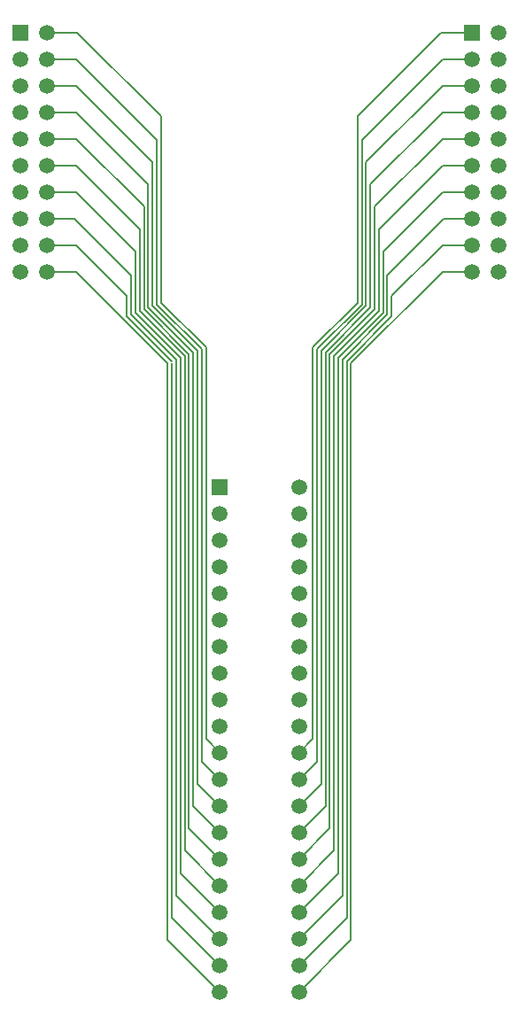
<source format=gbl>
G04 Layer_Physical_Order=2*
G04 Layer_Color=16711680*
%FSLAX25Y25*%
%MOIN*%
G70*
G01*
G75*
%ADD10C,0.00800*%
%ADD11C,0.05906*%
%ADD12R,0.05906X0.05906*%
D10*
X31500Y429500D02*
X63000Y398000D01*
X31000Y409500D02*
X59800Y380700D01*
X31000Y399500D02*
X58200Y372300D01*
X31000Y389500D02*
X56600Y363900D01*
X31000Y379500D02*
X55000Y355500D01*
X31000Y369500D02*
X53400Y347100D01*
X30500Y359500D02*
X51800Y338200D01*
X63000Y327865D02*
X79900Y310965D01*
X61400Y327202D02*
X78300Y310302D01*
X59800Y326539D02*
X76700Y309639D01*
X59800Y326539D02*
Y380700D01*
X61400Y327202D02*
Y389100D01*
X63000Y327865D02*
Y398000D01*
X20000Y429500D02*
X31500D01*
X20000Y419500D02*
X31000D01*
X61400Y389100D01*
X20000Y409500D02*
X31000D01*
X20000Y399500D02*
X31000D01*
X20000Y389500D02*
X31000D01*
X20000Y379500D02*
X31000D01*
X20000Y369500D02*
X31000D01*
X20000Y359500D02*
X30500D01*
X20000Y349500D02*
X31000D01*
X20000Y339500D02*
X31000D01*
X169000D02*
X180000D01*
X169000Y349500D02*
X180000D01*
X169500Y359500D02*
X180000D01*
X169000Y369500D02*
X180000D01*
X169000Y379500D02*
X180000D01*
X169000Y389500D02*
X180000D01*
X169000Y399500D02*
X180000D01*
X169000Y409500D02*
X180000D01*
X138600Y389100D02*
X169000Y419500D01*
X180000D01*
X168500Y429500D02*
X180000D01*
X137000Y327865D02*
Y398000D01*
X138600Y327202D02*
Y389100D01*
X140200Y326539D02*
Y380700D01*
X141800Y325876D02*
Y372300D01*
X124900Y308976D02*
X141800Y325876D01*
X123300Y309639D02*
X140200Y326539D01*
X121700Y310302D02*
X138600Y327202D01*
X120100Y310965D02*
X137000Y327865D01*
X148200Y338200D02*
X169500Y359500D01*
X146600Y347100D02*
X169000Y369500D01*
X145000Y355500D02*
X169000Y379500D01*
X143400Y363900D02*
X169000Y389500D01*
X141800Y372300D02*
X169000Y399500D01*
X140200Y380700D02*
X169000Y409500D01*
X137000Y398000D02*
X168500Y429500D01*
X31000Y339500D02*
X65500Y305000D01*
X50200Y322563D02*
X67100Y305663D01*
X50200Y322563D02*
Y330300D01*
X31000Y349500D02*
X50200Y330300D01*
X51800Y323225D02*
X68700Y306326D01*
X51800Y323225D02*
Y338200D01*
X53400Y323888D02*
X70300Y306988D01*
X53400Y323888D02*
Y347100D01*
X55000Y324551D02*
X71900Y307651D01*
X55000Y324551D02*
Y355500D01*
X56600Y325214D02*
Y363900D01*
Y325214D02*
X73500Y308314D01*
X58200Y325876D02*
X75100Y308976D01*
X58200Y325876D02*
Y372300D01*
X134500Y305000D02*
X169000Y339500D01*
X132900Y305663D02*
X149800Y322563D01*
Y330300D01*
X169000Y349500D01*
X131300Y306326D02*
X148200Y323225D01*
Y338200D01*
X129700Y306988D02*
X146600Y323888D01*
Y347100D01*
X128100Y307651D02*
X145000Y324551D01*
Y355500D01*
X126500Y308314D02*
X143400Y325214D01*
Y363900D01*
X70300Y113200D02*
Y306988D01*
X65500Y88000D02*
Y305000D01*
X67100Y96400D02*
Y305000D01*
X68700Y104800D02*
Y306326D01*
X71900Y121600D02*
Y307651D01*
X73500Y130000D02*
Y308314D01*
X75100Y138400D02*
Y308976D01*
X76700Y146800D02*
Y309639D01*
X78300Y155200D02*
Y310302D01*
X79900Y163600D02*
Y310965D01*
X129700Y113200D02*
Y306988D01*
X134500Y88000D02*
Y305000D01*
X132900Y96400D02*
Y305663D01*
X131300Y104800D02*
Y306326D01*
X128100Y121600D02*
Y307651D01*
X126500Y130000D02*
Y308314D01*
X124900Y138400D02*
Y308976D01*
X123300Y146800D02*
Y309639D01*
X121700Y155200D02*
Y310302D01*
X120100Y163600D02*
Y310965D01*
X65500Y88000D02*
X85000Y68500D01*
X73500Y130000D02*
X85000Y118500D01*
X67100Y96400D02*
X85000Y78500D01*
X75100Y138400D02*
X85000Y128500D01*
X68700Y104800D02*
X85000Y88500D01*
X76700Y146800D02*
X85000Y138500D01*
X78300Y155200D02*
X85000Y148500D01*
X70300Y113200D02*
X85000Y98500D01*
X79900Y163600D02*
X85000Y158500D01*
X71900Y121600D02*
X85000Y108500D01*
X115000Y118500D02*
X126500Y130000D01*
X115000Y158500D02*
X120100Y163600D01*
X115000Y68500D02*
X134500Y88000D01*
X115000Y88500D02*
X131300Y104800D01*
X115000Y138500D02*
X123300Y146800D01*
X115000Y78500D02*
X132900Y96400D01*
X115000Y108500D02*
X128100Y121600D01*
X115000Y128500D02*
X124900Y138400D01*
X115000Y98500D02*
X129700Y113200D01*
X115000Y148500D02*
X121700Y155200D01*
D11*
X190000Y339500D02*
D03*
X180000D02*
D03*
X190000Y349500D02*
D03*
X180000D02*
D03*
X190000Y359500D02*
D03*
X180000D02*
D03*
X190000Y369500D02*
D03*
X180000D02*
D03*
X190000Y379500D02*
D03*
X180000D02*
D03*
X190000Y389500D02*
D03*
X180000D02*
D03*
X190000Y399500D02*
D03*
X180000D02*
D03*
X190000Y409500D02*
D03*
X180000Y409500D02*
D03*
X190000Y419500D02*
D03*
X180000D02*
D03*
X190000Y429500D02*
D03*
X20000Y339500D02*
D03*
X10000Y339500D02*
D03*
X20000Y349500D02*
D03*
X10000Y349500D02*
D03*
X20000Y359500D02*
D03*
X10000Y359500D02*
D03*
X20000Y369500D02*
D03*
X10000Y369500D02*
D03*
X20000Y379500D02*
D03*
X10000D02*
D03*
X20000Y389500D02*
D03*
X10000Y389500D02*
D03*
X20000Y399500D02*
D03*
X10000D02*
D03*
X20000Y409500D02*
D03*
X10000Y409500D02*
D03*
X20000Y419500D02*
D03*
X10000D02*
D03*
X20000Y429500D02*
D03*
X115000Y258500D02*
D03*
X85000Y248500D02*
D03*
X115000D02*
D03*
X85000Y238500D02*
D03*
X115000D02*
D03*
X85000Y228500D02*
D03*
X115000D02*
D03*
X85000Y218500D02*
D03*
X115000D02*
D03*
X85000Y208500D02*
D03*
X115000D02*
D03*
X85000Y198500D02*
D03*
X115000D02*
D03*
X85000Y188500D02*
D03*
X115000D02*
D03*
X85000Y178500D02*
D03*
X115000D02*
D03*
X85000Y168500D02*
D03*
X115000D02*
D03*
X85000Y158500D02*
D03*
X115000D02*
D03*
X85000Y148500D02*
D03*
X115000D02*
D03*
X85000Y138500D02*
D03*
X115000D02*
D03*
X85000Y128500D02*
D03*
X115000D02*
D03*
X85000Y118500D02*
D03*
X115000D02*
D03*
X85000Y108500D02*
D03*
X115000D02*
D03*
X85000Y98500D02*
D03*
X115000D02*
D03*
X85000Y88500D02*
D03*
X115000D02*
D03*
X85000Y78500D02*
D03*
X115000D02*
D03*
X85000Y68500D02*
D03*
X115000D02*
D03*
D12*
X180000Y429500D02*
D03*
X10000D02*
D03*
X85000Y258500D02*
D03*
M02*

</source>
